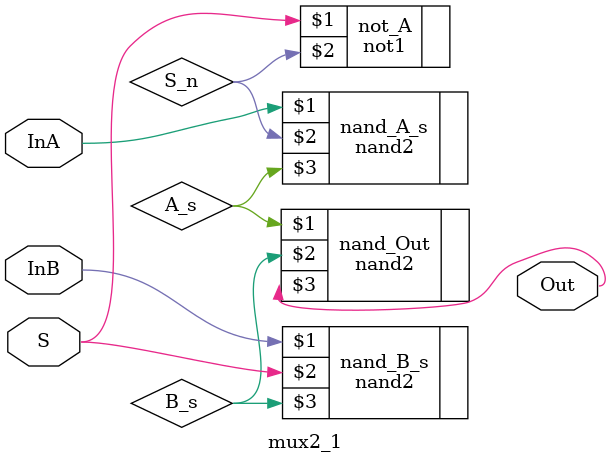
<source format=v>
/*
    CS/ECE 552 Spring '20
    Homework #1, Problem 1

    2-1 mux template
*/
module mux2_1(InA, InB, S, Out);
    input   InA, InB;
    input   S;
    output  Out;

    wire S_n, A_s, B_s;

    not1 not_A(S, S_n);

    nand2 nand_A_s(InA, S_n, A_s),
          nand_B_s(InB, S, B_s),
          nand_Out(A_s, B_s, Out);

endmodule

</source>
